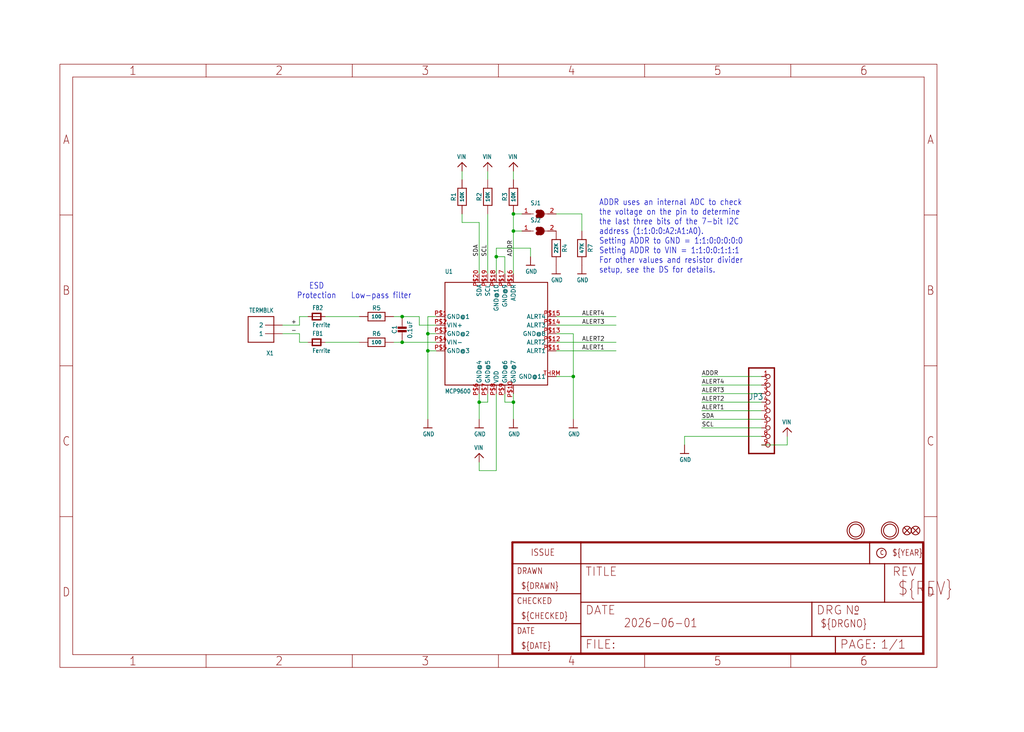
<source format=kicad_sch>
(kicad_sch (version 20230121) (generator eeschema)
  (paper "User" 303.962 217.322)
  (lib_symbols
    (symbol "working-eagle-import:CAP_CERAMIC0603_NO"
      (property "Reference" "C" (at -2.29 1.25 90))
      (symbol "CAP_CERAMIC0603_NO_1_0"
        (rectangle (start -1.27 0.508) (end 1.27 1.016) (fill (type outline)))
        (rectangle (start -1.27 1.524) (end 1.27 2.032) (fill (type outline)))
        (polyline (pts (xy 0 0.762) (xy 0 0)) (stroke (width 0.1524)))
        (polyline (pts (xy 0 2.54) (xy 0 1.778)) (stroke (width 0.1524)))
        (pin passive line (at 0 5.08 270) (length 2.54) (name "1") (number "1"))
        (pin passive line (at 0 -2.54 90) (length 2.54) (name "2") (number "2"))
      )
    )
    (symbol "working-eagle-import:FERRITE-0805NO"
      (property "Reference" "FB" (at -1.27 1.905 0))
      (symbol "FERRITE-0805NO_1_0"
        (polyline (pts (xy -1.27 -0.9525) (xy -1.27 0.9525)) (stroke (width 0.4064)))
        (polyline (pts (xy -1.27 0.9525) (xy 1.27 0.9525)) (stroke (width 0.4064)))
        (polyline (pts (xy 1.27 -0.9525) (xy -1.27 -0.9525)) (stroke (width 0.4064)))
        (polyline (pts (xy 1.27 0.9525) (xy 1.27 -0.9525)) (stroke (width 0.4064)))
        (pin passive line (at -2.54 0 0) (length 2.54) (name "P$1") (number "1"))
        (pin passive line (at 2.54 0 180) (length 2.54) (name "P$2") (number "2"))
      )
    )
    (symbol "working-eagle-import:FIDUCIAL_1MM"
      (symbol "FIDUCIAL_1MM_1_0"
        (polyline (pts (xy -0.762 0.762) (xy 0.762 -0.762)) (stroke (width 0.254)))
        (polyline (pts (xy 0.762 0.762) (xy -0.762 -0.762)) (stroke (width 0.254)))
        (circle (center 0 0) (radius 1.27) (stroke (width 0.254)))
      )
    )
    (symbol "working-eagle-import:FRAME_A4"
      (symbol "FRAME_A4_1_0"
        (polyline (pts (xy 0 44.7675) (xy 3.81 44.7675)))
        (polyline (pts (xy 0 89.535) (xy 3.81 89.535)))
        (polyline (pts (xy 0 134.3025) (xy 3.81 134.3025)))
        (polyline (pts (xy 3.81 3.81) (xy 3.81 175.26)))
        (polyline (pts (xy 43.3917 0) (xy 43.3917 3.81)))
        (polyline (pts (xy 43.3917 175.26) (xy 43.3917 179.07)))
        (polyline (pts (xy 86.7833 0) (xy 86.7833 3.81)))
        (polyline (pts (xy 86.7833 175.26) (xy 86.7833 179.07)))
        (polyline (pts (xy 130.175 0) (xy 130.175 3.81)))
        (polyline (pts (xy 130.175 175.26) (xy 130.175 179.07)))
        (polyline (pts (xy 173.5667 0) (xy 173.5667 3.81)))
        (polyline (pts (xy 173.5667 175.26) (xy 173.5667 179.07)))
        (polyline (pts (xy 216.9583 0) (xy 216.9583 3.81)))
        (polyline (pts (xy 216.9583 175.26) (xy 216.9583 179.07)))
        (polyline (pts (xy 256.54 3.81) (xy 3.81 3.81)))
        (polyline (pts (xy 256.54 3.81) (xy 256.54 8.89)) (stroke (width 0.1016)))
        (polyline (pts (xy 256.54 3.81) (xy 256.54 175.26)))
        (polyline (pts (xy 256.54 8.89) (xy 256.54 13.97)) (stroke (width 0.1016)))
        (polyline (pts (xy 256.54 13.97) (xy 256.54 19.05)) (stroke (width 0.1016)))
        (polyline (pts (xy 256.54 19.05) (xy 256.54 36.83)) (stroke (width 0.1016)))
        (polyline (pts (xy 256.54 44.7675) (xy 260.35 44.7675)))
        (polyline (pts (xy 256.54 89.535) (xy 260.35 89.535)))
        (polyline (pts (xy 256.54 134.3025) (xy 260.35 134.3025)))
        (polyline (pts (xy 256.54 175.26) (xy 3.81 175.26)))
        (polyline (pts (xy 0 0) (xy 260.35 0) (xy 260.35 179.07) (xy 0 179.07) (xy 0 0)))
        (text "1" (at 21.6958 1.905 0) (effects (font (size 2.54 2.286))))
        (text "1" (at 21.6958 177.165 0) (effects (font (size 2.54 2.286))))
        (text "2" (at 65.0875 1.905 0) (effects (font (size 2.54 2.286))))
        (text "2" (at 65.0875 177.165 0) (effects (font (size 2.54 2.286))))
        (text "3" (at 108.4792 1.905 0) (effects (font (size 2.54 2.286))))
        (text "3" (at 108.4792 177.165 0) (effects (font (size 2.54 2.286))))
        (text "4" (at 151.8708 1.905 0) (effects (font (size 2.54 2.286))))
        (text "4" (at 151.8708 177.165 0) (effects (font (size 2.54 2.286))))
        (text "5" (at 195.2625 1.905 0) (effects (font (size 2.54 2.286))))
        (text "5" (at 195.2625 177.165 0) (effects (font (size 2.54 2.286))))
        (text "6" (at 238.6542 1.905 0) (effects (font (size 2.54 2.286))))
        (text "6" (at 238.6542 177.165 0) (effects (font (size 2.54 2.286))))
        (text "A" (at 1.905 156.6863 0) (effects (font (size 2.54 2.286))))
        (text "A" (at 258.445 156.6863 0) (effects (font (size 2.54 2.286))))
        (text "B" (at 1.905 111.9188 0) (effects (font (size 2.54 2.286))))
        (text "B" (at 258.445 111.9188 0) (effects (font (size 2.54 2.286))))
        (text "C" (at 1.905 67.1513 0) (effects (font (size 2.54 2.286))))
        (text "C" (at 258.445 67.1513 0) (effects (font (size 2.54 2.286))))
        (text "D" (at 1.905 22.3838 0) (effects (font (size 2.54 2.286))))
        (text "D" (at 258.445 22.3838 0) (effects (font (size 2.54 2.286))))
      )
      (symbol "FRAME_A4_2_0"
        (polyline (pts (xy -0.3048 1.5748) (xy 20.0152 1.5748)) (stroke (width 0.6096)))
        (polyline (pts (xy -0.3048 10.4648) (xy -0.3048 1.5748)) (stroke (width 0.6096)))
        (polyline (pts (xy -0.3048 10.4648) (xy 20.0152 10.4648)) (stroke (width 0.3048)))
        (polyline (pts (xy -0.3048 19.3548) (xy -0.3048 10.4648)) (stroke (width 0.6096)))
        (polyline (pts (xy -0.3048 19.3548) (xy 20.0152 19.3548)) (stroke (width 0.3048)))
        (polyline (pts (xy -0.3048 28.2448) (xy -0.3048 19.3548)) (stroke (width 0.6096)))
        (polyline (pts (xy -0.3048 28.2448) (xy 20.0152 28.2448)) (stroke (width 0.3048)))
        (polyline (pts (xy -0.3048 34.5948) (xy -0.3048 28.2448)) (stroke (width 0.6096)))
        (polyline (pts (xy 20.0152 1.5748) (xy 20.0152 6.6548)) (stroke (width 0.3048)))
        (polyline (pts (xy 20.0152 1.5748) (xy 95.5802 1.5748)) (stroke (width 0.6096)))
        (polyline (pts (xy 20.0152 6.6548) (xy 20.0152 10.4648)) (stroke (width 0.3048)))
        (polyline (pts (xy 20.0152 6.6548) (xy 88.5952 6.6548)) (stroke (width 0.3048)))
        (polyline (pts (xy 20.0152 10.4648) (xy 20.0152 16.8148)) (stroke (width 0.3048)))
        (polyline (pts (xy 20.0152 16.8148) (xy 20.0152 19.3548)) (stroke (width 0.3048)))
        (polyline (pts (xy 20.0152 19.3548) (xy 20.0152 28.2448)) (stroke (width 0.3048)))
        (polyline (pts (xy 20.0152 28.2448) (xy 20.0152 34.5948)) (stroke (width 0.3048)))
        (polyline (pts (xy 20.0152 28.2448) (xy 105.7402 28.2448)) (stroke (width 0.3048)))
        (polyline (pts (xy 20.0152 34.5948) (xy -0.3048 34.5948)) (stroke (width 0.6096)))
        (polyline (pts (xy 88.5952 6.6548) (xy 95.5802 6.6548)) (stroke (width 0.3048)))
        (polyline (pts (xy 88.5952 16.8148) (xy 20.0152 16.8148)) (stroke (width 0.3048)))
        (polyline (pts (xy 88.5952 16.8148) (xy 88.5952 6.6548)) (stroke (width 0.3048)))
        (polyline (pts (xy 95.5802 1.5748) (xy 121.6152 1.5748)) (stroke (width 0.6096)))
        (polyline (pts (xy 95.5802 6.6548) (xy 95.5802 1.5748)) (stroke (width 0.3048)))
        (polyline (pts (xy 95.5802 6.6548) (xy 121.6152 6.6548)) (stroke (width 0.3048)))
        (polyline (pts (xy 101.2952 13.3223) (xy 102.2477 13.3223)) (stroke (width 0.254)))
        (polyline (pts (xy 105.7402 28.2448) (xy 105.7402 34.5948)) (stroke (width 0.3048)))
        (polyline (pts (xy 105.7402 28.2448) (xy 110.1852 28.2448)) (stroke (width 0.3048)))
        (polyline (pts (xy 105.7402 34.5948) (xy 20.0152 34.5948)) (stroke (width 0.6096)))
        (polyline (pts (xy 110.1852 16.8148) (xy 88.5952 16.8148)) (stroke (width 0.3048)))
        (polyline (pts (xy 110.1852 28.2448) (xy 110.1852 16.8148)) (stroke (width 0.3048)))
        (polyline (pts (xy 110.1852 28.2448) (xy 121.6152 28.2448)) (stroke (width 0.3048)))
        (polyline (pts (xy 121.6152 6.6548) (xy 121.6152 1.5748)) (stroke (width 0.6096)))
        (polyline (pts (xy 121.6152 16.8148) (xy 110.1852 16.8148)) (stroke (width 0.3048)))
        (polyline (pts (xy 121.6152 16.8148) (xy 121.6152 6.6548)) (stroke (width 0.6096)))
        (polyline (pts (xy 121.6152 28.2448) (xy 121.6152 16.8148)) (stroke (width 0.6096)))
        (polyline (pts (xy 121.6152 34.5948) (xy 105.7402 34.5948)) (stroke (width 0.6096)))
        (polyline (pts (xy 121.6152 34.5948) (xy 121.6152 28.2448)) (stroke (width 0.6096)))
        (circle (center 109.2327 31.4198) (radius 1.4199) (stroke (width 0.254)))
        (text "${#}/${##}" (at 108.9152 2.8448 0) (effects (font (size 2.54 2.54)) (justify left bottom)))
        (text "${CHECKED}" (at 2.2352 11.7348 0) (effects (font (size 1.778 1.5113)) (justify left bottom)))
        (text "${COMPANY}" (at 23.349 29.6735 0) (effects (font (size 3.175 2.6987) (thickness 0.5397) bold) (justify left bottom)))
        (text "${CURRENT_DATE}" (at 32.7152 9.1948 0) (effects (font (size 2.54 2.159)) (justify left bottom)))
        (text "${DATE}" (at 2.2352 2.8448 0) (effects (font (size 1.778 1.5113)) (justify left bottom)))
        (text "${DRAWN}" (at 2.2352 20.6248 0) (effects (font (size 1.778 1.5113)) (justify left bottom)))
        (text "${DRGNO}" (at 91.1352 9.1948 0) (effects (font (size 2.1844 1.8567)) (justify left bottom)))
        (text "${PROJECTNAME}" (at 33.0327 2.8448 0) (effects (font (size 2.54 2.159)) (justify left bottom)))
        (text "${REV}" (at 113.9952 18.7198 0) (effects (font (size 3.81 3.2385)) (justify left bottom)))
        (text "${YEAR}" (at 112.4077 30.4673 0) (effects (font (size 1.778 1.5113)) (justify left bottom)))
        (text "C" (at 108.7564 30.7848 0) (effects (font (size 1.27 1.0795)) (justify left bottom)))
        (text "CHECKED" (at 0.9652 16.1798 0) (effects (font (size 1.778 1.5113)) (justify left bottom)))
        (text "DATE" (at 0.9652 7.2898 0) (effects (font (size 1.778 1.5113)) (justify left bottom)))
        (text "DATE" (at 21.2852 13.0048 0) (effects (font (size 2.54 2.54)) (justify left bottom)))
        (text "DRAWN" (at 0.9652 25.0698 0) (effects (font (size 1.778 1.5113)) (justify left bottom)))
        (text "DRG" (at 89.8652 13.0048 0) (effects (font (size 2.54 2.54)) (justify left bottom)))
        (text "FILE:" (at 21.2852 2.8448 0) (effects (font (size 2.54 2.54)) (justify left bottom)))
        (text "ISSUE" (at 5.0927 30.4673 0) (effects (font (size 1.9304 1.6408)) (justify left bottom)))
        (text "N" (at 98.4377 13.0048 0) (effects (font (size 2.54 2.54)) (justify left bottom)))
        (text "o" (at 100.9777 13.9573 0) (effects (font (size 2.1844 1.8567)) (justify left bottom)))
        (text "PAGE:" (at 96.8502 2.8448 0) (effects (font (size 2.54 2.54)) (justify left bottom)))
        (text "REV" (at 112.4077 24.4348 0) (effects (font (size 2.54 2.54)) (justify left bottom)))
        (text "TITLE" (at 21.2852 24.4348 0) (effects (font (size 2.54 2.54)) (justify left bottom)))
      )
    )
    (symbol "working-eagle-import:GND" (power)
      (property "Value" "GND" (at -1.524 -2.54 0))
      (symbol "GND_1_0"
        (polyline (pts (xy -1.27 0) (xy 1.27 0)) (stroke (width 0.254)))
        (pin power_in line (at 0 2.54 270) (length 2.54) (name "GND") (number "1"))
      )
    )
    (symbol "working-eagle-import:HEADER-1X970MIL"
      (property "Reference" "JP" (at -6.35 13.335 0))
      (symbol "HEADER-1X970MIL_1_0"
        (polyline (pts (xy -6.35 -12.7) (xy 1.27 -12.7)) (stroke (width 0.4064)))
        (polyline (pts (xy -6.35 12.7) (xy -6.35 -12.7)) (stroke (width 0.4064)))
        (polyline (pts (xy 1.27 -12.7) (xy 1.27 12.7)) (stroke (width 0.4064)))
        (polyline (pts (xy 1.27 12.7) (xy -6.35 12.7)) (stroke (width 0.4064)))
        (pin passive inverted (at -2.54 10.16 0) (length 2.54) (name "1") (number "1"))
        (pin passive inverted (at -2.54 7.62 0) (length 2.54) (name "2") (number "2"))
        (pin passive inverted (at -2.54 5.08 0) (length 2.54) (name "3") (number "3"))
        (pin passive inverted (at -2.54 2.54 0) (length 2.54) (name "4") (number "4"))
        (pin passive inverted (at -2.54 0 0) (length 2.54) (name "5") (number "5"))
        (pin passive inverted (at -2.54 -2.54 0) (length 2.54) (name "6") (number "6"))
        (pin passive inverted (at -2.54 -5.08 0) (length 2.54) (name "7") (number "7"))
        (pin passive inverted (at -2.54 -7.62 0) (length 2.54) (name "8") (number "8"))
        (pin passive inverted (at -2.54 -10.16 0) (length 2.54) (name "9") (number "9"))
      )
    )
    (symbol "working-eagle-import:MCP9600"
      (property "Reference" "U" (at -15.24 17.78 0))
      (symbol "MCP9600_1_0"
        (polyline (pts (xy -15.24 -15.24) (xy -15.24 15.24)) (stroke (width 0.254)))
        (polyline (pts (xy -15.24 15.24) (xy 15.24 15.24)) (stroke (width 0.254)))
        (polyline (pts (xy 15.24 -15.24) (xy -15.24 -15.24)) (stroke (width 0.254)))
        (polyline (pts (xy 15.24 15.24) (xy 15.24 -15.24)) (stroke (width 0.254)))
        (pin bidirectional line (at -17.78 5.08 0) (length 2.54) (name "GND@1") (number "P$1"))
        (pin bidirectional line (at 5.08 -17.78 90) (length 2.54) (name "GND@7") (number "P$10"))
        (pin bidirectional line (at 17.78 -5.08 180) (length 2.54) (name "ALRT1") (number "P$11"))
        (pin bidirectional line (at 17.78 -2.54 180) (length 2.54) (name "ALRT2") (number "P$12"))
        (pin bidirectional line (at 17.78 0 180) (length 2.54) (name "GND@8") (number "P$13"))
        (pin bidirectional line (at 17.78 2.54 180) (length 2.54) (name "ALRT3") (number "P$14"))
        (pin bidirectional line (at 17.78 5.08 180) (length 2.54) (name "ALRT4") (number "P$15"))
        (pin bidirectional line (at 5.08 17.78 270) (length 2.54) (name "ADDR") (number "P$16"))
        (pin bidirectional line (at 2.54 17.78 270) (length 2.54) (name "GND@9") (number "P$17"))
        (pin bidirectional line (at 0 17.78 270) (length 2.54) (name "GND@10") (number "P$18"))
        (pin bidirectional line (at -2.54 17.78 270) (length 2.54) (name "SCL") (number "P$19"))
        (pin bidirectional line (at -17.78 2.54 0) (length 2.54) (name "VIN+") (number "P$2"))
        (pin bidirectional line (at -5.08 17.78 270) (length 2.54) (name "SDA") (number "P$20"))
        (pin bidirectional line (at -17.78 0 0) (length 2.54) (name "GND@2") (number "P$3"))
        (pin bidirectional line (at -17.78 -2.54 0) (length 2.54) (name "VIN-") (number "P$4"))
        (pin bidirectional line (at -17.78 -5.08 0) (length 2.54) (name "GND@3") (number "P$5"))
        (pin bidirectional line (at -5.08 -17.78 90) (length 2.54) (name "GND@4") (number "P$6"))
        (pin bidirectional line (at -2.54 -17.78 90) (length 2.54) (name "GND@5") (number "P$7"))
        (pin bidirectional line (at 0 -17.78 90) (length 2.54) (name "VDD") (number "P$8"))
        (pin bidirectional line (at 2.54 -17.78 90) (length 2.54) (name "GND@6") (number "P$9"))
        (pin bidirectional line (at 17.78 -12.7 180) (length 2.54) (name "GND@11") (number "THRM"))
      )
    )
    (symbol "working-eagle-import:MOUNTINGHOLE2.5"
      (symbol "MOUNTINGHOLE2.5_1_0"
        (circle (center 0 0) (radius 1.905) (stroke (width 0.254)))
        (circle (center 0 0) (radius 2.54) (stroke (width 0.254)))
      )
    )
    (symbol "working-eagle-import:RESISTOR_0603_NOOUT"
      (property "Reference" "R" (at 0 2.54 0))
      (symbol "RESISTOR_0603_NOOUT_1_0"
        (polyline (pts (xy -2.54 -1.27) (xy -2.54 1.27)) (stroke (width 0.254)))
        (polyline (pts (xy -2.54 1.27) (xy 2.54 1.27)) (stroke (width 0.254)))
        (polyline (pts (xy 2.54 -1.27) (xy -2.54 -1.27)) (stroke (width 0.254)))
        (polyline (pts (xy 2.54 1.27) (xy 2.54 -1.27)) (stroke (width 0.254)))
        (pin passive line (at -5.08 0 0) (length 2.54) (name "1") (number "1"))
        (pin passive line (at 5.08 0 180) (length 2.54) (name "2") (number "2"))
      )
    )
    (symbol "working-eagle-import:SOLDERJUMPER"
      (property "Reference" "SJ" (at -2.54 2.54 0))
      (symbol "SOLDERJUMPER_1_0"
        (arc (start -0.381 -0.635) (mid 0.2541 -0.0001) (end -0.3808 0.635) (stroke (width 1.27)))
        (polyline (pts (xy -2.54 0) (xy -1.651 0)) (stroke (width 0.1524)))
        (polyline (pts (xy 2.54 0) (xy 1.651 0)) (stroke (width 0.1524)))
        (arc (start 0.3808 -0.635) (mid 1.0132 -0.0001) (end 0.381 0.635) (stroke (width 1.27)))
        (pin passive line (at -5.08 0 0) (length 2.54) (name "1") (number "1"))
        (pin passive line (at 5.08 0 180) (length 2.54) (name "2") (number "2"))
      )
    )
    (symbol "working-eagle-import:TERMBLOCK_1X2_3.5MM"
      (property "Reference" "X" (at -2.54 7.62 0))
      (symbol "TERMBLOCK_1X2_3.5MM_1_0"
        (polyline (pts (xy -2.54 -2.54) (xy 5.08 -2.54)) (stroke (width 0.254)))
        (polyline (pts (xy -2.54 5.08) (xy -2.54 -2.54)) (stroke (width 0.254)))
        (polyline (pts (xy 5.08 -2.54) (xy 5.08 5.08)) (stroke (width 0.254)))
        (polyline (pts (xy 5.08 5.08) (xy -2.54 5.08)) (stroke (width 0.254)))
        (pin passive line (at -5.08 2.54 0) (length 5.08) (name "1") (number "1"))
        (pin passive line (at -5.08 0 0) (length 5.08) (name "2") (number "2"))
      )
    )
    (symbol "working-eagle-import:VIN" (power)
      (property "Value" "VIN" (at -1.524 1.016 0))
      (symbol "VIN_1_0"
        (polyline (pts (xy -1.27 -1.27) (xy 0 0)) (stroke (width 0.254)))
        (polyline (pts (xy 0 0) (xy 1.27 -1.27)) (stroke (width 0.254)))
        (pin power_in line (at 0 -2.54 90) (length 2.54) (name "VIN") (number "1"))
      )
    )
  )
  (junction (at 147.32 76.2))
  (junction (at 152.4 68.58))
  (junction (at 152.4 119.38))
  (junction (at 119.38 93.98))
  (junction (at 127 99.06))
  (junction (at 142.24 119.38))
  (junction (at 127 104.14))
  (junction (at 152.4 63.5))
  (junction (at 119.38 101.6))
  (junction (at 170.18 111.76))
  (wire (pts (xy 147.32 76.2) (xy 147.32 73.66)) (stroke (width 0.1524)))
  (wire (pts (xy 226.06 124.46) (xy 208.28 124.46)) (stroke (width 0.1524)))
  (wire (pts (xy 208.28 121.92) (xy 226.06 121.92)) (stroke (width 0.1524)))
  (wire (pts (xy 142.24 119.38) (xy 142.24 124.46)) (stroke (width 0.1524)))
  (wire (pts (xy 129.54 99.06) (xy 127 99.06)) (stroke (width 0.1524)))
  (wire (pts (xy 149.86 116.84) (xy 149.86 119.38)) (stroke (width 0.1524)))
  (wire (pts (xy 144.78 119.38) (xy 142.24 119.38)) (stroke (width 0.1524)))
  (wire (pts (xy 142.24 116.84) (xy 142.24 119.38)) (stroke (width 0.1524)))
  (wire (pts (xy 172.72 63.5) (xy 172.72 68.58)) (stroke (width 0.1524)))
  (wire (pts (xy 144.78 53.34) (xy 144.78 50.8)) (stroke (width 0.1524)))
  (wire (pts (xy 127 93.98) (xy 127 99.06)) (stroke (width 0.1524)))
  (wire (pts (xy 165.1 96.52) (xy 182.88 96.52)) (stroke (width 0.1524)))
  (wire (pts (xy 124.46 93.98) (xy 124.46 96.52)) (stroke (width 0.1524)))
  (wire (pts (xy 119.38 93.98) (xy 124.46 93.98)) (stroke (width 0.1524)))
  (wire (pts (xy 165.1 111.76) (xy 170.18 111.76)) (stroke (width 0.1524)))
  (wire (pts (xy 152.4 68.58) (xy 152.4 63.5)) (stroke (width 0.1524)))
  (wire (pts (xy 144.78 81.28) (xy 144.78 63.5)) (stroke (width 0.1524)))
  (wire (pts (xy 203.2 129.54) (xy 203.2 132.08)) (stroke (width 0.1524)))
  (wire (pts (xy 170.18 99.06) (xy 170.18 111.76)) (stroke (width 0.1524)))
  (wire (pts (xy 208.28 116.84) (xy 226.06 116.84)) (stroke (width 0.1524)))
  (wire (pts (xy 147.32 73.66) (xy 157.48 73.66)) (stroke (width 0.1524)))
  (wire (pts (xy 116.84 101.6) (xy 119.38 101.6)) (stroke (width 0.1524)))
  (wire (pts (xy 152.4 68.58) (xy 154.94 68.58)) (stroke (width 0.1524)))
  (wire (pts (xy 129.54 104.14) (xy 127 104.14)) (stroke (width 0.1524)))
  (wire (pts (xy 149.86 81.28) (xy 149.86 76.2)) (stroke (width 0.1524)))
  (wire (pts (xy 170.18 111.76) (xy 170.18 124.46)) (stroke (width 0.1524)))
  (wire (pts (xy 208.28 119.38) (xy 226.06 119.38)) (stroke (width 0.1524)))
  (wire (pts (xy 127 104.14) (xy 127 124.46)) (stroke (width 0.1524)))
  (wire (pts (xy 88.9 93.98) (xy 91.44 93.98)) (stroke (width 0.1524)))
  (wire (pts (xy 96.52 93.98) (xy 106.68 93.98)) (stroke (width 0.1524)))
  (wire (pts (xy 142.24 81.28) (xy 142.24 66.04)) (stroke (width 0.1524)))
  (wire (pts (xy 129.54 93.98) (xy 127 93.98)) (stroke (width 0.1524)))
  (wire (pts (xy 165.1 63.5) (xy 172.72 63.5)) (stroke (width 0.1524)))
  (wire (pts (xy 88.9 99.06) (xy 88.9 101.6)) (stroke (width 0.1524)))
  (wire (pts (xy 88.9 96.52) (xy 88.9 93.98)) (stroke (width 0.1524)))
  (wire (pts (xy 152.4 116.84) (xy 152.4 119.38)) (stroke (width 0.1524)))
  (wire (pts (xy 165.1 93.98) (xy 182.88 93.98)) (stroke (width 0.1524)))
  (wire (pts (xy 147.32 81.28) (xy 147.32 76.2)) (stroke (width 0.1524)))
  (wire (pts (xy 88.9 101.6) (xy 91.44 101.6)) (stroke (width 0.1524)))
  (wire (pts (xy 226.06 132.08) (xy 233.68 132.08)) (stroke (width 0.1524)))
  (wire (pts (xy 165.1 99.06) (xy 170.18 99.06)) (stroke (width 0.1524)))
  (wire (pts (xy 137.16 53.34) (xy 137.16 50.8)) (stroke (width 0.1524)))
  (wire (pts (xy 116.84 93.98) (xy 119.38 93.98)) (stroke (width 0.1524)))
  (wire (pts (xy 129.54 101.6) (xy 119.38 101.6)) (stroke (width 0.1524)))
  (wire (pts (xy 83.82 96.52) (xy 88.9 96.52)) (stroke (width 0.1524)))
  (wire (pts (xy 157.48 73.66) (xy 157.48 76.2)) (stroke (width 0.1524)))
  (wire (pts (xy 165.1 101.6) (xy 182.88 101.6)) (stroke (width 0.1524)))
  (wire (pts (xy 226.06 129.54) (xy 203.2 129.54)) (stroke (width 0.1524)))
  (wire (pts (xy 208.28 114.3) (xy 226.06 114.3)) (stroke (width 0.1524)))
  (wire (pts (xy 226.06 111.76) (xy 208.28 111.76)) (stroke (width 0.1524)))
  (wire (pts (xy 233.68 132.08) (xy 233.68 129.54)) (stroke (width 0.1524)))
  (wire (pts (xy 127 99.06) (xy 127 104.14)) (stroke (width 0.1524)))
  (wire (pts (xy 142.24 139.7) (xy 142.24 137.16)) (stroke (width 0.1524)))
  (wire (pts (xy 83.82 99.06) (xy 88.9 99.06)) (stroke (width 0.1524)))
  (wire (pts (xy 152.4 53.34) (xy 152.4 50.8)) (stroke (width 0.1524)))
  (wire (pts (xy 96.52 101.6) (xy 106.68 101.6)) (stroke (width 0.1524)))
  (wire (pts (xy 147.32 139.7) (xy 142.24 139.7)) (stroke (width 0.1524)))
  (wire (pts (xy 124.46 96.52) (xy 129.54 96.52)) (stroke (width 0.1524)))
  (wire (pts (xy 144.78 116.84) (xy 144.78 119.38)) (stroke (width 0.1524)))
  (wire (pts (xy 149.86 119.38) (xy 152.4 119.38)) (stroke (width 0.1524)))
  (wire (pts (xy 165.1 104.14) (xy 182.88 104.14)) (stroke (width 0.1524)))
  (wire (pts (xy 152.4 119.38) (xy 152.4 124.46)) (stroke (width 0.1524)))
  (wire (pts (xy 142.24 66.04) (xy 137.16 66.04)) (stroke (width 0.1524)))
  (wire (pts (xy 152.4 81.28) (xy 152.4 68.58)) (stroke (width 0.1524)))
  (wire (pts (xy 154.94 63.5) (xy 152.4 63.5)) (stroke (width 0.1524)))
  (wire (pts (xy 137.16 66.04) (xy 137.16 63.5)) (stroke (width 0.1524)))
  (wire (pts (xy 149.86 76.2) (xy 147.32 76.2)) (stroke (width 0.1524)))
  (wire (pts (xy 147.32 116.84) (xy 147.32 139.7)) (stroke (width 0.1524)))
  (wire (pts (xy 226.06 127) (xy 208.28 127)) (stroke (width 0.1524)))
  (text "Low-pass filter" (at 104.14 88.9 0) (effects (font (size 1.778 1.5113)) (justify left bottom)))
  (text "ESD\nProtection" (at 93.98 88.9 0) (effects (font (size 1.778 1.5113)) (justify bottom)))
  (text "ADDR uses an internal ADC to check\nthe voltage on the pin to determine\nthe last three bits of the 7-bit I2C\naddress (1:1:0:0:A2:A1:A0).\nSetting ADDR to GND = 1:1:0:0:0:0:0\nSetting ADDR to VIN = 1:1:0:0:1:1:1\nFor other values and resistor divider\nsetup, see the DS for details." (at 177.8 81.28 0) (effects (font (size 1.778 1.5113)) (justify left bottom)))
  (label "ALERT2" (at 172.72 101.6 0) (effects (font (size 1.2446 1.2446))))
  (label "+" (at 86.36 96.52 0) (effects (font (size 1.2446 1.2446))))
  (label "ALERT2" (at 208.28 119.38 0) (effects (font (size 1.2446 1.2446))))
  (label "SCL" (at 144.78 76.2 90) (effects (font (size 1.2446 1.2446))))
  (label "ALERT3" (at 172.72 96.52 0) (effects (font (size 1.2446 1.2446))))
  (label "ADDR" (at 208.28 111.76 0) (effects (font (size 1.2446 1.2446))))
  (label "ALERT4" (at 172.72 93.98 0) (effects (font (size 1.2446 1.2446))))
  (label "ALERT4" (at 208.28 114.3 0) (effects (font (size 1.2446 1.2446))))
  (label "ADDR" (at 152.4 76.2 90) (effects (font (size 1.2446 1.2446))))
  (label "ALERT1" (at 172.72 104.14 0) (effects (font (size 1.2446 1.2446))))
  (label "SDA" (at 208.28 124.46 0) (effects (font (size 1.2446 1.2446))))
  (label "SDA" (at 142.24 76.2 90) (effects (font (size 1.2446 1.2446))))
  (label "SCL" (at 208.28 127 0) (effects (font (size 1.2446 1.2446))))
  (label "-" (at 86.36 99.06 0) (effects (font (size 1.2446 1.2446))))
  (label "ALERT1" (at 208.28 121.92 0) (effects (font (size 1.2446 1.2446))))
  (label "ALERT3" (at 208.28 116.84 0) (effects (font (size 1.2446 1.2446))))
  (symbol (lib_id "working-eagle-import:GND") (at 165.1 81.28 0) (unit 1)
    (property "Reference" "#U$12" (effects hide))
    (property "Value" "GND" (at 163.576 83.82 0) (effects (font (size 1.27 1.0795)) (justify left bottom)))
  )
  (symbol (lib_id "working-eagle-import:VIN") (at 233.68 127 0) (unit 1)
    (property "Reference" "#U$2" (effects hide))
    (property "Value" "VIN" (at 232.156 125.984 0) (effects (font (size 1.27 1.0795)) (justify left bottom)))
  )
  (symbol (lib_id "working-eagle-import:MOUNTINGHOLE2.5") (at 264.16 157.48 0) (unit 1)
    (property "Reference" "U$1" (effects hide))
    (property "Value" "MOUNTINGHOLE2.5" (effects hide))
    (property "Footprint" "working:MOUNTINGHOLE_2.5_PLATED" (effects hide))
  )
  (symbol (lib_id "working-eagle-import:RESISTOR_0603_NOOUT") (at 137.16 58.42 90) (unit 1)
    (property "Reference" "R1" (at 134.62 58.42 0))
    (property "Value" "10K" (at 137.16 58.42 0) (effects (font (size 1.016 1.016) bold)))
    (property "Footprint" "working:0603-NO" (effects hide))
  )
  (symbol (lib_id "working-eagle-import:FRAME_A4") (at 152.4 195.58 0) (unit 2)
    (property "Reference" "#FRAME1" (effects hide))
    (property "Value" "FRAME_A4" (effects hide))
  )
  (symbol (lib_id "working-eagle-import:FIDUCIAL_1MM") (at 269.24 157.48 0) (unit 1)
    (property "Reference" "FID2" (effects hide))
    (property "Value" "FIDUCIAL_1MM" (effects hide))
    (property "Footprint" "working:FIDUCIAL_1MM" (effects hide))
  )
  (symbol (lib_id "working-eagle-import:GND") (at 203.2 134.62 0) (unit 1)
    (property "Reference" "#U$14" (effects hide))
    (property "Value" "GND" (at 201.676 137.16 0) (effects (font (size 1.27 1.0795)) (justify left bottom)))
  )
  (symbol (lib_id "working-eagle-import:GND") (at 172.72 81.28 0) (unit 1)
    (property "Reference" "#U$13" (effects hide))
    (property "Value" "GND" (at 171.196 83.82 0) (effects (font (size 1.27 1.0795)) (justify left bottom)))
  )
  (symbol (lib_id "working-eagle-import:TERMBLOCK_1X2_3.5MM") (at 78.74 96.52 180) (unit 1)
    (property "Reference" "X1" (at 81.28 104.14 0) (effects (font (size 1.27 1.0795)) (justify left bottom)))
    (property "Value" "TERMBLK" (at 81.28 91.44 0) (effects (font (size 1.27 1.0795)) (justify left bottom)))
    (property "Footprint" "working:TERMBLOCK_1X2-3.5MM" (effects hide))
  )
  (symbol (lib_id "working-eagle-import:RESISTOR_0603_NOOUT") (at 144.78 58.42 90) (unit 1)
    (property "Reference" "R2" (at 142.24 58.42 0))
    (property "Value" "10K" (at 144.78 58.42 0) (effects (font (size 1.016 1.016) bold)))
    (property "Footprint" "working:0603-NO" (effects hide))
  )
  (symbol (lib_id "working-eagle-import:RESISTOR_0603_NOOUT") (at 165.1 73.66 270) (unit 1)
    (property "Reference" "R4" (at 167.64 73.66 0))
    (property "Value" "22K" (at 165.1 73.66 0) (effects (font (size 1.016 1.016) bold)))
    (property "Footprint" "working:0603-NO" (effects hide))
  )
  (symbol (lib_id "working-eagle-import:CAP_CERAMIC0603_NO") (at 119.38 99.06 0) (unit 1)
    (property "Reference" "C1" (at 117.09 97.81 90))
    (property "Value" "0.1uF" (at 121.68 97.81 90))
    (property "Footprint" "working:0603-NO" (effects hide))
  )
  (symbol (lib_id "working-eagle-import:MCP9600") (at 147.32 99.06 0) (unit 1)
    (property "Reference" "U1" (at 132.08 81.28 0) (effects (font (size 1.27 1.0795)) (justify left bottom)))
    (property "Value" "MCP9600" (at 132.08 116.84 0) (effects (font (size 1.27 1.0795)) (justify left bottom)))
    (property "Footprint" "working:VQFN20_5MM" (effects hide))
  )
  (symbol (lib_id "working-eagle-import:GND") (at 170.18 127 0) (unit 1)
    (property "Reference" "#U$8" (effects hide))
    (property "Value" "GND" (at 168.656 129.54 0) (effects (font (size 1.27 1.0795)) (justify left bottom)))
  )
  (symbol (lib_id "working-eagle-import:GND") (at 157.48 78.74 0) (unit 1)
    (property "Reference" "#U$15" (effects hide))
    (property "Value" "GND" (at 155.956 81.28 0) (effects (font (size 1.27 1.0795)) (justify left bottom)))
  )
  (symbol (lib_id "working-eagle-import:RESISTOR_0603_NOOUT") (at 172.72 73.66 270) (unit 1)
    (property "Reference" "R7" (at 175.26 73.66 0))
    (property "Value" "47K" (at 172.72 73.66 0) (effects (font (size 1.016 1.016) bold)))
    (property "Footprint" "working:0603-NO" (effects hide))
  )
  (symbol (lib_id "working-eagle-import:VIN") (at 152.4 48.26 0) (unit 1)
    (property "Reference" "#U$11" (effects hide))
    (property "Value" "VIN" (at 150.876 47.244 0) (effects (font (size 1.27 1.0795)) (justify left bottom)))
  )
  (symbol (lib_id "working-eagle-import:GND") (at 152.4 127 0) (unit 1)
    (property "Reference" "#U$7" (effects hide))
    (property "Value" "GND" (at 150.876 129.54 0) (effects (font (size 1.27 1.0795)) (justify left bottom)))
  )
  (symbol (lib_id "working-eagle-import:FERRITE-0805NO") (at 93.98 101.6 0) (unit 1)
    (property "Reference" "FB1" (at 92.71 99.695 0) (effects (font (size 1.27 1.0795)) (justify left bottom)))
    (property "Value" "Ferrite" (at 92.71 104.775 0) (effects (font (size 1.27 1.0795)) (justify left bottom)))
    (property "Footprint" "working:0805-NO" (effects hide))
  )
  (symbol (lib_id "working-eagle-import:RESISTOR_0603_NOOUT") (at 111.76 101.6 0) (unit 1)
    (property "Reference" "R6" (at 111.76 99.06 0))
    (property "Value" "100" (at 111.76 101.6 0) (effects (font (size 1.016 1.016) bold)))
    (property "Footprint" "working:0603-NO" (effects hide))
  )
  (symbol (lib_id "working-eagle-import:SOLDERJUMPER") (at 160.02 68.58 0) (unit 1)
    (property "Reference" "SJ2" (at 157.48 66.04 0) (effects (font (size 1.27 1.0795)) (justify left bottom)))
    (property "Value" "SOLDERJUMPER" (effects hide))
    (property "Footprint" "working:SOLDERJUMPER_ARROW_NOPASTE" (effects hide))
  )
  (symbol (lib_id "working-eagle-import:VIN") (at 137.16 48.26 0) (unit 1)
    (property "Reference" "#U$9" (effects hide))
    (property "Value" "VIN" (at 135.636 47.244 0) (effects (font (size 1.27 1.0795)) (justify left bottom)))
  )
  (symbol (lib_id "working-eagle-import:SOLDERJUMPER") (at 160.02 63.5 0) (unit 1)
    (property "Reference" "SJ1" (at 157.48 60.96 0) (effects (font (size 1.27 1.0795)) (justify left bottom)))
    (property "Value" "SOLDERJUMPER" (effects hide))
    (property "Footprint" "working:SOLDERJUMPER_ARROW_NOPASTE" (effects hide))
  )
  (symbol (lib_id "working-eagle-import:VIN") (at 142.24 134.62 0) (unit 1)
    (property "Reference" "#U$4" (effects hide))
    (property "Value" "VIN" (at 140.716 133.604 0) (effects (font (size 1.27 1.0795)) (justify left bottom)))
  )
  (symbol (lib_id "working-eagle-import:MOUNTINGHOLE2.5") (at 254 157.48 0) (unit 1)
    (property "Reference" "U$3" (effects hide))
    (property "Value" "MOUNTINGHOLE2.5" (effects hide))
    (property "Footprint" "working:MOUNTINGHOLE_2.5_PLATED" (effects hide))
  )
  (symbol (lib_id "working-eagle-import:VIN") (at 144.78 48.26 0) (unit 1)
    (property "Reference" "#U$10" (effects hide))
    (property "Value" "VIN" (at 143.256 47.244 0) (effects (font (size 1.27 1.0795)) (justify left bottom)))
  )
  (symbol (lib_id "working-eagle-import:FERRITE-0805NO") (at 93.98 93.98 0) (unit 1)
    (property "Reference" "FB2" (at 92.71 92.075 0) (effects (font (size 1.27 1.0795)) (justify left bottom)))
    (property "Value" "Ferrite" (at 92.71 97.155 0) (effects (font (size 1.27 1.0795)) (justify left bottom)))
    (property "Footprint" "working:0805-NO" (effects hide))
  )
  (symbol (lib_id "working-eagle-import:GND") (at 127 127 0) (unit 1)
    (property "Reference" "#U$5" (effects hide))
    (property "Value" "GND" (at 125.476 129.54 0) (effects (font (size 1.27 1.0795)) (justify left bottom)))
  )
  (symbol (lib_id "working-eagle-import:HEADER-1X970MIL") (at 228.6 121.92 0) (unit 1)
    (property "Reference" "JP3" (at 222.25 118.745 0) (effects (font (size 1.778 1.5113)) (justify left bottom)))
    (property "Value" "HEADER-1X970MIL" (effects hide))
    (property "Footprint" "working:1X09_ROUND_70" (effects hide))
  )
  (symbol (lib_id "working-eagle-import:RESISTOR_0603_NOOUT") (at 111.76 93.98 0) (unit 1)
    (property "Reference" "R5" (at 111.76 91.44 0))
    (property "Value" "100" (at 111.76 93.98 0) (effects (font (size 1.016 1.016) bold)))
    (property "Footprint" "working:0603-NO" (effects hide))
  )
  (symbol (lib_id "working-eagle-import:GND") (at 142.24 127 0) (unit 1)
    (property "Reference" "#U$6" (effects hide))
    (property "Value" "GND" (at 140.716 129.54 0) (effects (font (size 1.27 1.0795)) (justify left bottom)))
  )
  (symbol (lib_id "working-eagle-import:RESISTOR_0603_NOOUT") (at 152.4 58.42 90) (unit 1)
    (property "Reference" "R3" (at 149.86 58.42 0))
    (property "Value" "10K" (at 152.4 58.42 0) (effects (font (size 1.016 1.016) bold)))
    (property "Footprint" "working:0603-NO" (effects hide))
  )
  (symbol (lib_id "working-eagle-import:FRAME_A4") (at 17.78 198.12 0) (unit 1)
    (property "Reference" "#FRAME1" (effects hide))
    (property "Value" "FRAME_A4" (effects hide))
  )
  (symbol (lib_id "working-eagle-import:FIDUCIAL_1MM") (at 271.78 157.48 0) (unit 1)
    (property "Reference" "FID1" (effects hide))
    (property "Value" "FIDUCIAL_1MM" (effects hide))
    (property "Footprint" "working:FIDUCIAL_1MM" (effects hide))
  )
)
</source>
